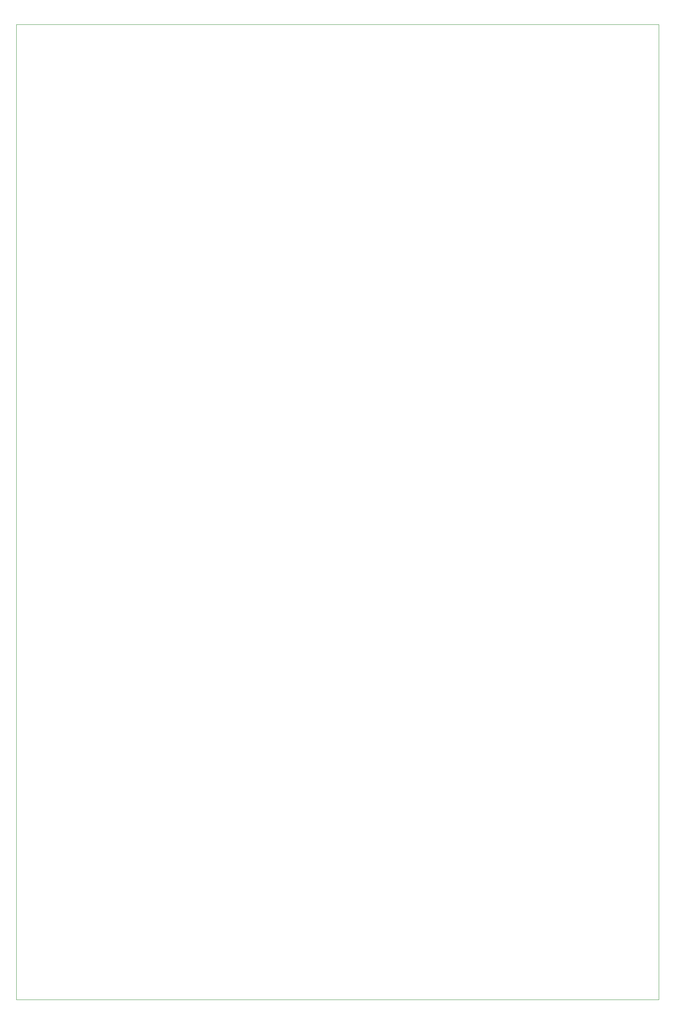
<source format=gbr>
G04 #@! TF.GenerationSoftware,KiCad,Pcbnew,(5.1.4)-1*
G04 #@! TF.CreationDate,2019-11-12T22:01:14+01:00*
G04 #@! TF.ProjectId,Digit_Colon,44696769-745f-4436-9f6c-6f6e2e6b6963,rev?*
G04 #@! TF.SameCoordinates,Original*
G04 #@! TF.FileFunction,Profile,NP*
%FSLAX46Y46*%
G04 Gerber Fmt 4.6, Leading zero omitted, Abs format (unit mm)*
G04 Created by KiCad (PCBNEW (5.1.4)-1) date 2019-11-12 22:01:14*
%MOMM*%
%LPD*%
G04 APERTURE LIST*
%ADD10C,0.050000*%
G04 APERTURE END LIST*
D10*
X203000000Y-24500000D02*
X62500000Y-24500000D01*
X203000000Y-237500000D02*
X203000000Y-24500000D01*
X62500000Y-237500000D02*
X203000000Y-237500000D01*
X62500000Y-24500000D02*
X62500000Y-237500000D01*
M02*

</source>
